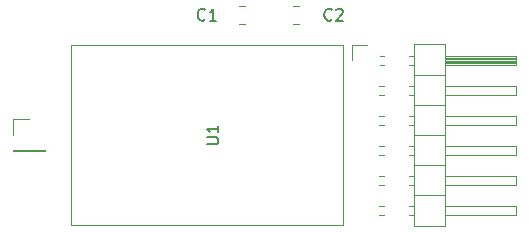
<source format=gbr>
%TF.GenerationSoftware,KiCad,Pcbnew,7.0.1*%
%TF.CreationDate,2023-04-28T09:36:00+02:00*%
%TF.ProjectId,RC_STLP2_ANT,52435f53-544c-4503-925f-414e542e6b69,rev?*%
%TF.SameCoordinates,Original*%
%TF.FileFunction,Legend,Top*%
%TF.FilePolarity,Positive*%
%FSLAX46Y46*%
G04 Gerber Fmt 4.6, Leading zero omitted, Abs format (unit mm)*
G04 Created by KiCad (PCBNEW 7.0.1) date 2023-04-28 09:36:00*
%MOMM*%
%LPD*%
G01*
G04 APERTURE LIST*
%ADD10C,0.150000*%
%ADD11C,0.120000*%
G04 APERTURE END LIST*
D10*
%TO.C,U1*%
X136312619Y-50296904D02*
X137122142Y-50296904D01*
X137122142Y-50296904D02*
X137217380Y-50249285D01*
X137217380Y-50249285D02*
X137265000Y-50201666D01*
X137265000Y-50201666D02*
X137312619Y-50106428D01*
X137312619Y-50106428D02*
X137312619Y-49915952D01*
X137312619Y-49915952D02*
X137265000Y-49820714D01*
X137265000Y-49820714D02*
X137217380Y-49773095D01*
X137217380Y-49773095D02*
X137122142Y-49725476D01*
X137122142Y-49725476D02*
X136312619Y-49725476D01*
X137312619Y-48725476D02*
X137312619Y-49296904D01*
X137312619Y-49011190D02*
X136312619Y-49011190D01*
X136312619Y-49011190D02*
X136455476Y-49106428D01*
X136455476Y-49106428D02*
X136550714Y-49201666D01*
X136550714Y-49201666D02*
X136598333Y-49296904D01*
%TO.C,C1*%
X136188333Y-39737380D02*
X136140714Y-39785000D01*
X136140714Y-39785000D02*
X135997857Y-39832619D01*
X135997857Y-39832619D02*
X135902619Y-39832619D01*
X135902619Y-39832619D02*
X135759762Y-39785000D01*
X135759762Y-39785000D02*
X135664524Y-39689761D01*
X135664524Y-39689761D02*
X135616905Y-39594523D01*
X135616905Y-39594523D02*
X135569286Y-39404047D01*
X135569286Y-39404047D02*
X135569286Y-39261190D01*
X135569286Y-39261190D02*
X135616905Y-39070714D01*
X135616905Y-39070714D02*
X135664524Y-38975476D01*
X135664524Y-38975476D02*
X135759762Y-38880238D01*
X135759762Y-38880238D02*
X135902619Y-38832619D01*
X135902619Y-38832619D02*
X135997857Y-38832619D01*
X135997857Y-38832619D02*
X136140714Y-38880238D01*
X136140714Y-38880238D02*
X136188333Y-38927857D01*
X137140714Y-39832619D02*
X136569286Y-39832619D01*
X136855000Y-39832619D02*
X136855000Y-38832619D01*
X136855000Y-38832619D02*
X136759762Y-38975476D01*
X136759762Y-38975476D02*
X136664524Y-39070714D01*
X136664524Y-39070714D02*
X136569286Y-39118333D01*
%TO.C,C2*%
X146920833Y-39737380D02*
X146873214Y-39785000D01*
X146873214Y-39785000D02*
X146730357Y-39832619D01*
X146730357Y-39832619D02*
X146635119Y-39832619D01*
X146635119Y-39832619D02*
X146492262Y-39785000D01*
X146492262Y-39785000D02*
X146397024Y-39689761D01*
X146397024Y-39689761D02*
X146349405Y-39594523D01*
X146349405Y-39594523D02*
X146301786Y-39404047D01*
X146301786Y-39404047D02*
X146301786Y-39261190D01*
X146301786Y-39261190D02*
X146349405Y-39070714D01*
X146349405Y-39070714D02*
X146397024Y-38975476D01*
X146397024Y-38975476D02*
X146492262Y-38880238D01*
X146492262Y-38880238D02*
X146635119Y-38832619D01*
X146635119Y-38832619D02*
X146730357Y-38832619D01*
X146730357Y-38832619D02*
X146873214Y-38880238D01*
X146873214Y-38880238D02*
X146920833Y-38927857D01*
X147301786Y-38927857D02*
X147349405Y-38880238D01*
X147349405Y-38880238D02*
X147444643Y-38832619D01*
X147444643Y-38832619D02*
X147682738Y-38832619D01*
X147682738Y-38832619D02*
X147777976Y-38880238D01*
X147777976Y-38880238D02*
X147825595Y-38927857D01*
X147825595Y-38927857D02*
X147873214Y-39023095D01*
X147873214Y-39023095D02*
X147873214Y-39118333D01*
X147873214Y-39118333D02*
X147825595Y-39261190D01*
X147825595Y-39261190D02*
X147254167Y-39832619D01*
X147254167Y-39832619D02*
X147873214Y-39832619D01*
D11*
%TO.C,J1*%
X148590000Y-41910000D02*
X149860000Y-41910000D01*
X148590000Y-43180000D02*
X148590000Y-41910000D01*
X150902929Y-45340000D02*
X151357071Y-45340000D01*
X150902929Y-46100000D02*
X151357071Y-46100000D01*
X150902929Y-47880000D02*
X151357071Y-47880000D01*
X150902929Y-48640000D02*
X151357071Y-48640000D01*
X150902929Y-50420000D02*
X151357071Y-50420000D01*
X150902929Y-51180000D02*
X151357071Y-51180000D01*
X150902929Y-52960000D02*
X151357071Y-52960000D01*
X150902929Y-53720000D02*
X151357071Y-53720000D01*
X150902929Y-55500000D02*
X151357071Y-55500000D01*
X150902929Y-56260000D02*
X151357071Y-56260000D01*
X150970000Y-42800000D02*
X151357071Y-42800000D01*
X150970000Y-43560000D02*
X151357071Y-43560000D01*
X153442929Y-42800000D02*
X153840000Y-42800000D01*
X153442929Y-43560000D02*
X153840000Y-43560000D01*
X153442929Y-45340000D02*
X153840000Y-45340000D01*
X153442929Y-46100000D02*
X153840000Y-46100000D01*
X153442929Y-47880000D02*
X153840000Y-47880000D01*
X153442929Y-48640000D02*
X153840000Y-48640000D01*
X153442929Y-50420000D02*
X153840000Y-50420000D01*
X153442929Y-51180000D02*
X153840000Y-51180000D01*
X153442929Y-52960000D02*
X153840000Y-52960000D01*
X153442929Y-53720000D02*
X153840000Y-53720000D01*
X153442929Y-55500000D02*
X153840000Y-55500000D01*
X153442929Y-56260000D02*
X153840000Y-56260000D01*
X153840000Y-41850000D02*
X153840000Y-57210000D01*
X153840000Y-44450000D02*
X156500000Y-44450000D01*
X153840000Y-46990000D02*
X156500000Y-46990000D01*
X153840000Y-49530000D02*
X156500000Y-49530000D01*
X153840000Y-52070000D02*
X156500000Y-52070000D01*
X153840000Y-54610000D02*
X156500000Y-54610000D01*
X153840000Y-57210000D02*
X156500000Y-57210000D01*
X156500000Y-41850000D02*
X153840000Y-41850000D01*
X156500000Y-42800000D02*
X162500000Y-42800000D01*
X156500000Y-42860000D02*
X162500000Y-42860000D01*
X156500000Y-42980000D02*
X162500000Y-42980000D01*
X156500000Y-43100000D02*
X162500000Y-43100000D01*
X156500000Y-43220000D02*
X162500000Y-43220000D01*
X156500000Y-43340000D02*
X162500000Y-43340000D01*
X156500000Y-43460000D02*
X162500000Y-43460000D01*
X156500000Y-45340000D02*
X162500000Y-45340000D01*
X156500000Y-47880000D02*
X162500000Y-47880000D01*
X156500000Y-50420000D02*
X162500000Y-50420000D01*
X156500000Y-52960000D02*
X162500000Y-52960000D01*
X156500000Y-55500000D02*
X162500000Y-55500000D01*
X156500000Y-57210000D02*
X156500000Y-41850000D01*
X162500000Y-42800000D02*
X162500000Y-43560000D01*
X162500000Y-43560000D02*
X156500000Y-43560000D01*
X162500000Y-45340000D02*
X162500000Y-46100000D01*
X162500000Y-46100000D02*
X156500000Y-46100000D01*
X162500000Y-47880000D02*
X162500000Y-48640000D01*
X162500000Y-48640000D02*
X156500000Y-48640000D01*
X162500000Y-50420000D02*
X162500000Y-51180000D01*
X162500000Y-51180000D02*
X156500000Y-51180000D01*
X162500000Y-52960000D02*
X162500000Y-53720000D01*
X162500000Y-53720000D02*
X156500000Y-53720000D01*
X162500000Y-55500000D02*
X162500000Y-56260000D01*
X162500000Y-56260000D02*
X156500000Y-56260000D01*
%TO.C,U1*%
X124850000Y-57165000D02*
X124850000Y-41915000D01*
X147850000Y-57160000D02*
X124850000Y-57165000D01*
X147850000Y-57160000D02*
X147850000Y-41910000D01*
X124850000Y-41915000D02*
X147850000Y-41910000D01*
%TO.C,C1*%
X139558752Y-40105000D02*
X139036248Y-40105000D01*
X139558752Y-38635000D02*
X139036248Y-38635000D01*
%TO.C,C2*%
X143651248Y-38635000D02*
X144173752Y-38635000D01*
X143651248Y-40105000D02*
X144173752Y-40105000D01*
%TO.C,J2*%
X119955000Y-48200000D02*
X121285000Y-48200000D01*
X119955000Y-49530000D02*
X119955000Y-48200000D01*
X119955000Y-50800000D02*
X119955000Y-50860000D01*
X119955000Y-50800000D02*
X122615000Y-50800000D01*
X119955000Y-50860000D02*
X122615000Y-50860000D01*
X122615000Y-50800000D02*
X122615000Y-50860000D01*
%TD*%
M02*

</source>
